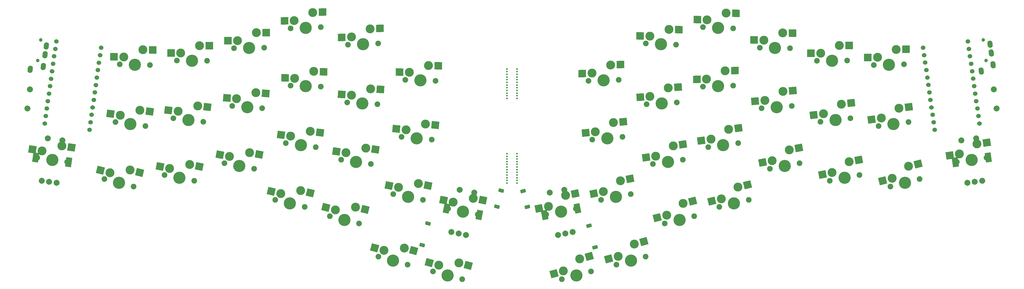
<source format=gbr>
%TF.GenerationSoftware,KiCad,Pcbnew,(6.0.1)*%
%TF.CreationDate,2022-02-27T14:39:44+09:00*%
%TF.ProjectId,ergotonic_f24,6572676f-746f-46e6-9963-5f6632342e6b,rev?*%
%TF.SameCoordinates,Original*%
%TF.FileFunction,Soldermask,Bot*%
%TF.FilePolarity,Negative*%
%FSLAX46Y46*%
G04 Gerber Fmt 4.6, Leading zero omitted, Abs format (unit mm)*
G04 Created by KiCad (PCBNEW (6.0.1)) date 2022-02-27 14:39:44*
%MOMM*%
%LPD*%
G01*
G04 APERTURE LIST*
G04 Aperture macros list*
%AMRoundRect*
0 Rectangle with rounded corners*
0 $1 Rounding radius*
0 $2 $3 $4 $5 $6 $7 $8 $9 X,Y pos of 4 corners*
0 Add a 4 corners polygon primitive as box body*
4,1,4,$2,$3,$4,$5,$6,$7,$8,$9,$2,$3,0*
0 Add four circle primitives for the rounded corners*
1,1,$1+$1,$2,$3*
1,1,$1+$1,$4,$5*
1,1,$1+$1,$6,$7*
1,1,$1+$1,$8,$9*
0 Add four rect primitives between the rounded corners*
20,1,$1+$1,$2,$3,$4,$5,0*
20,1,$1+$1,$4,$5,$6,$7,0*
20,1,$1+$1,$6,$7,$8,$9,0*
20,1,$1+$1,$8,$9,$2,$3,0*%
%AMHorizOval*
0 Thick line with rounded ends*
0 $1 width*
0 $2 $3 position (X,Y) of the first rounded end (center of the circle)*
0 $4 $5 position (X,Y) of the second rounded end (center of the circle)*
0 Add line between two ends*
20,1,$1,$2,$3,$4,$5,0*
0 Add two circle primitives to create the rounded ends*
1,1,$1,$2,$3*
1,1,$1,$4,$5*%
%AMRotRect*
0 Rectangle, with rotation*
0 The origin of the aperture is its center*
0 $1 length*
0 $2 width*
0 $3 Rotation angle, in degrees counterclockwise*
0 Add horizontal line*
21,1,$1,$2,0,0,$3*%
G04 Aperture macros list end*
%ADD10C,1.524000*%
%ADD11C,1.900000*%
%ADD12C,4.100000*%
%ADD13C,3.000000*%
%ADD14RotRect,2.550000X2.500000X195.110000*%
%ADD15RotRect,2.550000X2.500000X188.510000*%
%ADD16RotRect,2.550000X2.500000X182.020000*%
%ADD17RotRect,2.550000X2.500000X194.390000*%
%ADD18C,1.200000*%
%ADD19HorizOval,1.700000X-0.055669X-0.396107X0.055669X0.396107X0*%
%ADD20RotRect,2.550000X2.500000X193.470000*%
%ADD21RoundRect,0.249600X0.719283X-0.168618X0.536485X0.507921X-0.719283X0.168618X-0.536485X-0.507921X0*%
%ADD22RotRect,2.550000X2.500000X176.380000*%
%ADD23RotRect,2.550000X2.500000X179.710000*%
%ADD24RotRect,2.550000X2.500000X187.620000*%
%ADD25RotRect,2.550000X2.500000X175.420000*%
%ADD26RotRect,2.550000X2.500000X190.850000*%
%ADD27C,0.600000*%
%ADD28C,2.000000*%
%ADD29RotRect,3.200000X2.000000X101.130000*%
%ADD30RotRect,2.550000X2.500000X195.120000*%
%ADD31RotRect,2.550000X2.500000X181.120000*%
%ADD32RotRect,2.550000X2.500000X172.380000*%
%ADD33RotRect,2.550000X2.500000X166.530000*%
%ADD34RotRect,2.550000X2.500000X177.980000*%
%ADD35RotRect,2.550000X2.500000X184.580000*%
%ADD36HorizOval,1.700000X-0.055669X0.396107X0.055669X-0.396107X0*%
%ADD37RotRect,2.550000X2.500000X180.290000*%
%ADD38RotRect,2.550000X2.500000X194.000000*%
%ADD39RotRect,2.550000X2.500000X181.060000*%
%ADD40RotRect,2.550000X2.500000X185.430000*%
%ADD41RotRect,2.550000X2.500000X172.430000*%
%ADD42RotRect,2.550000X2.500000X169.150000*%
%ADD43RotRect,2.550000X2.500000X183.620000*%
%ADD44RotRect,2.550000X2.500000X165.610000*%
%ADD45RotRect,3.200000X2.000000X82.000000*%
%ADD46RotRect,2.550000X2.500000X178.880000*%
%ADD47RotRect,2.550000X2.500000X190.660000*%
%ADD48RotRect,2.550000X2.500000X191.080000*%
%ADD49RotRect,2.550000X2.500000X173.450000*%
%ADD50RotRect,2.550000X2.500000X172.000000*%
%ADD51RoundRect,0.249600X0.536485X-0.507921X0.719283X0.168618X-0.536485X0.507921X-0.719283X-0.168618X0*%
%ADD52RotRect,2.550000X2.500000X174.570000*%
%ADD53RotRect,2.550000X2.500000X182.050000*%
%ADD54RotRect,2.550000X2.500000X169.340000*%
%ADD55RotRect,2.550000X2.500000X177.950000*%
%ADD56RotRect,2.550000X2.500000X168.870000*%
%ADD57RotRect,2.550000X2.500000X166.000000*%
%ADD58RotRect,2.550000X2.500000X164.890000*%
%ADD59RotRect,2.550000X2.500000X186.550000*%
%ADD60RotRect,2.550000X2.500000X188.000000*%
%ADD61RotRect,2.550000X2.500000X181.980000*%
%ADD62RotRect,2.550000X2.500000X178.020000*%
%ADD63RotRect,2.550000X2.500000X187.570000*%
%ADD64RotRect,3.200000X2.000000X98.000000*%
%ADD65RotRect,2.550000X2.500000X168.920000*%
%ADD66RotRect,3.200000X2.000000X78.870000*%
%ADD67RotRect,2.550000X2.500000X164.880000*%
%ADD68RotRect,2.550000X2.500000X191.130000*%
%ADD69RoundRect,0.249600X-0.536485X0.507921X-0.719283X-0.168618X0.536485X-0.507921X0.719283X0.168618X0*%
%ADD70RotRect,2.550000X2.500000X171.490000*%
%ADD71RotRect,2.550000X2.500000X178.940000*%
G04 APERTURE END LIST*
D10*
%TO.C,U1*%
X-138265163Y-22605464D03*
X-138618663Y-25120745D03*
X-138972163Y-27636026D03*
X-139325662Y-30151307D03*
X-139679162Y-32666587D03*
X-140032662Y-35181868D03*
X-140386161Y-37697149D03*
X-140739661Y-40212430D03*
X-141093161Y-42727711D03*
X-141446660Y-45242992D03*
X-141800160Y-47758273D03*
X-142153660Y-50273554D03*
X-157225540Y-48155339D03*
X-156872040Y-45640058D03*
X-156518540Y-43124777D03*
X-156165041Y-40609496D03*
X-155811541Y-38094215D03*
X-155458041Y-35578935D03*
X-155104542Y-33063654D03*
X-154751042Y-30548373D03*
X-154397542Y-28033092D03*
X-154044043Y-25517811D03*
X-153690543Y-23002530D03*
X-153337043Y-20487249D03*
%TD*%
D11*
%TO.C,SW26*%
X16746630Y-100690219D03*
D12*
X21651000Y-99366000D03*
D11*
X26555370Y-98041781D03*
D13*
X17310613Y-97906979D03*
X22778966Y-93799521D03*
D14*
X14148839Y-98760683D03*
X25966807Y-92938778D03*
%TD*%
D10*
%TO.C,U2*%
X153428940Y-20474334D03*
X153782440Y-22989615D03*
X154135940Y-25504896D03*
X154489439Y-28020177D03*
X154842939Y-30535458D03*
X155196439Y-33050738D03*
X155549938Y-35566019D03*
X155903438Y-38081300D03*
X156256938Y-40596581D03*
X156610437Y-43111862D03*
X156963937Y-45627143D03*
X157317437Y-48142424D03*
X142245557Y-50260638D03*
X141892057Y-47745358D03*
X141538557Y-45230077D03*
X141185058Y-42714796D03*
X140831558Y-40199515D03*
X140478058Y-37684234D03*
X140124559Y-35168953D03*
X139771059Y-32653672D03*
X139417559Y-30138391D03*
X139064060Y-27623110D03*
X138710560Y-25107829D03*
X138357060Y-22592549D03*
%TD*%
D11*
%TO.C,SW33*%
X57506069Y-60331251D03*
X47457931Y-61834749D03*
D13*
X54242286Y-55683056D03*
D12*
X52482000Y-61083000D03*
D13*
X48338074Y-59134777D03*
D15*
X45099131Y-59619418D03*
X57507931Y-55194420D03*
%TD*%
D13*
%TO.C,SW36*%
X65490837Y-33169875D03*
D11*
X74464843Y-35394938D03*
D13*
X71747360Y-30407626D03*
D12*
X69388000Y-35574000D03*
D11*
X64311157Y-35753062D03*
D16*
X62217872Y-33285313D03*
X75047308Y-30291236D03*
%TD*%
D13*
%TO.C,SW47*%
X127913290Y-66624553D03*
D12*
X132235000Y-68138000D03*
D11*
X127314377Y-69400486D03*
D13*
X133432826Y-62586134D03*
D11*
X137155623Y-66875514D03*
D17*
X124741038Y-67438459D03*
X136631230Y-61765518D03*
%TD*%
D18*
%TO.C,J1*%
X-159545971Y-26881279D03*
X-158571760Y-19949402D03*
D19*
X-162084806Y-29856900D03*
X-156742708Y-22024148D03*
X-157160228Y-24994952D03*
X-157716920Y-28956025D03*
%TD*%
D12*
%TO.C,SW38*%
X74723000Y-75120000D03*
D13*
X76009814Y-69588083D03*
D11*
X79663259Y-73936684D03*
X69782741Y-76303316D03*
D13*
X70426147Y-73537357D03*
D20*
X67241236Y-74300223D03*
X79220982Y-68818927D03*
%TD*%
D21*
%TO.C,J6*%
X27934740Y-89927460D03*
X25952344Y-82590560D03*
%TD*%
D11*
%TO.C,SW16*%
X-45317136Y-41671746D03*
D12*
X-50387000Y-41351000D03*
D13*
X-54029025Y-38575509D03*
X-47531322Y-36441509D03*
D11*
X-55456864Y-41030254D03*
D22*
X-57297491Y-38368729D03*
X-44235911Y-36649993D03*
%TD*%
D12*
%TO.C,SW5*%
X-107680000Y-26959000D03*
D11*
X-102600065Y-26984712D03*
X-112759935Y-26933288D03*
D13*
X-111477095Y-24399748D03*
X-105114320Y-21891921D03*
D23*
X-114752053Y-24383172D03*
X-101812363Y-21908634D03*
%TD*%
D12*
%TO.C,SW37*%
X71065000Y-55460000D03*
D11*
X76100140Y-54786380D03*
D13*
X66951835Y-53447645D03*
X72908950Y-50088050D03*
D11*
X66029860Y-56133620D03*
D24*
X63705755Y-53881918D03*
X76181791Y-49650197D03*
%TD*%
D13*
%TO.C,SW9*%
X-92694012Y-39788878D03*
D11*
X-84035221Y-43030643D03*
X-94162779Y-42219357D03*
D13*
X-86161468Y-37764043D03*
D12*
X-89099000Y-42625000D03*
D25*
X-95958555Y-39527367D03*
X-82870012Y-38027711D03*
%TD*%
D13*
%TO.C,SW44*%
X113466342Y-61025687D03*
D12*
X111928000Y-66492999D03*
D13*
X107707984Y-64715594D03*
D11*
X116917187Y-65536748D03*
X106938813Y-67449250D03*
D26*
X104491530Y-65332075D03*
X116709313Y-60404123D03*
%TD*%
D27*
%TO.C,mousebite3*%
X-1700000Y-65517000D03*
X-1700000Y-61917000D03*
X-1700000Y-58317000D03*
X-1700000Y-60117000D03*
X-1700000Y-62817000D03*
X-1700000Y-64617000D03*
X-1700000Y-59217000D03*
X-1700000Y-68217000D03*
X-1700000Y-67317000D03*
X-1700000Y-66417000D03*
X-1700000Y-61017000D03*
X-1700000Y-63717000D03*
%TD*%
D28*
%TO.C,RE3*%
X15517789Y-85716527D03*
X20423747Y-84751349D03*
X17970768Y-85233938D03*
D29*
X22017674Y-76794000D03*
X11028326Y-78956000D03*
D28*
X17624729Y-70524069D03*
X12718770Y-71489247D03*
%TD*%
D12*
%TO.C,SW30*%
X40041000Y-94399000D03*
D11*
X44945139Y-93073925D03*
D13*
X35700359Y-92940737D03*
X41167995Y-88832324D03*
D11*
X35136861Y-95724075D03*
D30*
X32538734Y-93794993D03*
X44355685Y-87971025D03*
%TD*%
D28*
%TO.C,SW_RESET2*%
X162176687Y-36648629D03*
X163081313Y-43085371D03*
%TD*%
D12*
%TO.C,SW45*%
X126864000Y-28321000D03*
D13*
X129304219Y-23192323D03*
X123005080Y-25855957D03*
D11*
X121784971Y-28420296D03*
X131943029Y-28221704D03*
D31*
X119730706Y-25919972D03*
X132605588Y-23127780D03*
%TD*%
D27*
%TO.C,mousebite1*%
X-1700000Y-39682000D03*
X-1700000Y-37882000D03*
X-1700000Y-38782000D03*
X-1700000Y-36082000D03*
X-1700000Y-33382000D03*
X-1700000Y-36982000D03*
X-1700000Y-32482000D03*
X-1700000Y-35182000D03*
X-1700000Y-34282000D03*
X-1700000Y-29782000D03*
X-1700000Y-31582000D03*
X-1700000Y-30682000D03*
%TD*%
D13*
%TO.C,SW13*%
X-74504545Y-52437215D03*
D11*
X-66029860Y-56133620D03*
D12*
X-71065000Y-55460000D03*
D13*
X-67873810Y-50761670D03*
D11*
X-76100140Y-54786380D03*
D32*
X-77750625Y-52002942D03*
X-64600969Y-51199523D03*
%TD*%
D11*
%TO.C,SW14*%
X-69782741Y-76303316D03*
D13*
X-71069554Y-70771398D03*
D11*
X-79663259Y-73936684D03*
D12*
X-74723000Y-75120000D03*
D13*
X-77836537Y-71762383D03*
D33*
X-81021448Y-70999517D03*
X-67858386Y-71540554D03*
%TD*%
D13*
%TO.C,SW19*%
X-28096517Y-28589688D03*
D11*
X-25737157Y-33756062D03*
X-35890843Y-33397938D03*
D13*
X-34532102Y-30904282D03*
D12*
X-30814000Y-33577000D03*
D34*
X-37805066Y-30788844D03*
X-24796569Y-28706078D03*
%TD*%
D11*
%TO.C,SW40*%
X94162779Y-42219357D03*
D13*
X85098345Y-40397343D03*
D11*
X84035221Y-43030643D03*
D12*
X89099000Y-42625000D03*
D13*
X91225246Y-37358400D03*
D35*
X81833802Y-40658855D03*
X94516702Y-37094732D03*
%TD*%
D18*
%TO.C,J4*%
X158571760Y-19949402D03*
X159545971Y-26881279D03*
D36*
X157925680Y-30441427D03*
X160901834Y-21439621D03*
X161319353Y-24410425D03*
X161876046Y-28371498D03*
%TD*%
D13*
%TO.C,SW42*%
X103857193Y-24438317D03*
D11*
X102600065Y-26984712D03*
X112759935Y-26933288D03*
D12*
X107680000Y-26959000D03*
D13*
X110194255Y-21866209D03*
D37*
X100582235Y-24454893D03*
X113496213Y-21849496D03*
%TD*%
D12*
%TO.C,SW34*%
X56373000Y-80640000D03*
D13*
X52061692Y-79097171D03*
D11*
X61302102Y-79411037D03*
X51443898Y-81868963D03*
D13*
X57608588Y-75096416D03*
D38*
X48883973Y-79889465D03*
X60812504Y-74297590D03*
%TD*%
D12*
%TO.C,SW8*%
X-88483000Y-22671000D03*
D13*
X-92339337Y-20201918D03*
X-86037412Y-17544881D03*
D11*
X-83403869Y-22577023D03*
X-93562131Y-22764977D03*
D39*
X-95613776Y-20262503D03*
X-82735977Y-17483796D03*
%TD*%
D12*
%TO.C,SW28*%
X32088000Y-53145000D03*
D13*
X34135884Y-47847437D03*
D11*
X37145204Y-52664282D03*
D13*
X28054738Y-50976937D03*
D11*
X27030796Y-53625718D03*
D40*
X24794434Y-51286849D03*
X37423066Y-47534970D03*
%TD*%
D13*
%TO.C,SW2*%
X-125199911Y-43652887D03*
D11*
X-133422726Y-47684774D03*
D12*
X-128387000Y-48354000D03*
D13*
X-131829182Y-45334218D03*
D11*
X-123351274Y-49023226D03*
D41*
X-135075639Y-44902778D03*
X-121926689Y-44087884D03*
%TD*%
D12*
%TO.C,SW7*%
X-111929000Y-66492999D03*
D11*
X-106939813Y-67449250D03*
X-116918187Y-65536748D03*
D13*
X-108478155Y-61981938D03*
X-115192764Y-63281217D03*
D42*
X-118409218Y-62664736D03*
X-105235184Y-62603501D03*
%TD*%
D11*
%TO.C,SW32*%
X45317136Y-41671746D03*
D13*
X46424229Y-39056627D03*
X52601186Y-36120763D03*
D12*
X50387000Y-41351000D03*
D11*
X55456864Y-41030254D03*
D43*
X43155764Y-39263407D03*
X55896598Y-35912278D03*
%TD*%
D13*
%TO.C,SW3*%
X-135294224Y-64730824D03*
D11*
X-137155623Y-66875514D03*
X-127314377Y-69400486D03*
D12*
X-132235000Y-68138000D03*
D13*
X-128512203Y-63848620D03*
D44*
X-138466476Y-63916918D03*
X-125313798Y-64669236D03*
%TD*%
D28*
%TO.C,RE1*%
X-158218468Y-67489078D03*
X-153267128Y-68184943D03*
X-155742798Y-67837011D03*
D45*
X-149153499Y-61189369D03*
X-160244501Y-59630631D03*
D28*
X-151249118Y-53826056D03*
X-156200458Y-53130191D03*
%TD*%
D11*
%TO.C,SW1*%
X-131943029Y-28221704D03*
D13*
X-124225189Y-23291618D03*
X-130623624Y-25707013D03*
D11*
X-121784971Y-28420296D03*
D12*
X-126864000Y-28321000D03*
D46*
X-133897998Y-25642999D03*
X-120923820Y-23356161D03*
%TD*%
D11*
%TO.C,SW41*%
X86766670Y-63420701D03*
D13*
X87544902Y-60689611D03*
D12*
X91759000Y-62481000D03*
D13*
X93315464Y-57018819D03*
D11*
X96751330Y-61541299D03*
D47*
X84326421Y-61295422D03*
X96560478Y-56408013D03*
%TD*%
D11*
%TO.C,SW29*%
X39941308Y-71927729D03*
D13*
X30728883Y-71143550D03*
X36472382Y-67430556D03*
D11*
X29970692Y-73880271D03*
D12*
X34956000Y-72904000D03*
D48*
X27514930Y-71772937D03*
X39712833Y-66795980D03*
%TD*%
D12*
%TO.C,SW6*%
X-108881000Y-46979000D03*
D13*
X-112376393Y-44020972D03*
D11*
X-103834159Y-47558477D03*
X-113927841Y-46399523D03*
D13*
X-105778103Y-42221897D03*
D49*
X-115630016Y-43647392D03*
X-102497656Y-42598557D03*
%TD*%
D11*
%TO.C,SW4*%
X-159729562Y-59703001D03*
D13*
X-158118422Y-57364470D03*
X-151476720Y-55732938D03*
D12*
X-154699000Y-60410000D03*
D11*
X-149668438Y-61116999D03*
D50*
X-161361550Y-56908678D03*
X-148206855Y-56192487D03*
%TD*%
D51*
%TO.C,J3*%
X-28269260Y-81841540D03*
X-30251656Y-89178440D03*
%TD*%
D11*
%TO.C,SW20*%
X-27030796Y-53625718D03*
D12*
X-32088000Y-53145000D03*
D11*
X-37145204Y-52664282D03*
D13*
X-35640544Y-50255859D03*
X-29078680Y-48328155D03*
D52*
X-38900847Y-49945948D03*
X-25791497Y-48640622D03*
%TD*%
D13*
%TO.C,SW15*%
X-47760345Y-16208391D03*
D11*
X-55193749Y-21557720D03*
D13*
X-54015421Y-18973915D03*
D12*
X-50117000Y-21376000D03*
D11*
X-45040251Y-21194280D03*
D53*
X-57288325Y-19091068D03*
X-44460459Y-16090273D03*
%TD*%
D13*
%TO.C,SW10*%
X-95033397Y-59280059D03*
D11*
X-96751330Y-61541299D03*
X-86766670Y-63420701D03*
D13*
X-88323134Y-57958520D03*
D12*
X-91759000Y-62481000D03*
D54*
X-98251878Y-58674247D03*
X-85078119Y-58569326D03*
%TD*%
D13*
%TO.C,SW12*%
X-66670517Y-30586688D03*
X-73106102Y-32901282D03*
D12*
X-69388000Y-35574000D03*
D11*
X-74464843Y-35394938D03*
X-64311157Y-35753062D03*
D34*
X-76379066Y-32785844D03*
X-63370569Y-30703078D03*
%TD*%
D12*
%TO.C,SW31*%
X50117000Y-21376000D03*
D11*
X55193749Y-21557720D03*
X45040251Y-21194280D03*
D13*
X46400298Y-18701336D03*
X52837094Y-16390111D03*
D55*
X43127394Y-18584184D03*
X56136981Y-16508229D03*
%TD*%
D13*
%TO.C,SW23*%
X-13050151Y-73380857D03*
D11*
X-21507454Y-76894378D03*
D13*
X-19771030Y-74647307D03*
D12*
X-16523000Y-77875000D03*
D11*
X-11538546Y-78855622D03*
D56*
X-22984433Y-74015115D03*
X-9810256Y-74018261D03*
%TD*%
D12*
%TO.C,SW18*%
X-56373000Y-80640000D03*
D13*
X-59455345Y-77253726D03*
X-52679486Y-76325379D03*
D11*
X-61302102Y-79411037D03*
X-51443898Y-81868963D03*
D57*
X-62633064Y-76461432D03*
X-49475569Y-77124205D03*
%TD*%
D12*
%TO.C,SW24*%
X-21651000Y-99366000D03*
D11*
X-16746630Y-100690219D03*
X-26555370Y-98041781D03*
D13*
X-17874596Y-95123740D03*
X-24667168Y-95920651D03*
D58*
X-27828942Y-95066947D03*
X-14686756Y-95984482D03*
%TD*%
D12*
%TO.C,SW43*%
X108881000Y-46979000D03*
D11*
X113927841Y-46399523D03*
D13*
X104806131Y-44890187D03*
D11*
X103834159Y-47558477D03*
D13*
X110824944Y-41642420D03*
D59*
X101552508Y-45263767D03*
X114105391Y-41265760D03*
%TD*%
D27*
%TO.C,mousebite4*%
X1700000Y-59217000D03*
X1700000Y-61017000D03*
X1700000Y-60117000D03*
X1700000Y-63717000D03*
X1700000Y-65517000D03*
X1700000Y-58317000D03*
X1700000Y-62817000D03*
X1700000Y-64617000D03*
X1700000Y-61917000D03*
X1700000Y-66417000D03*
X1700000Y-67317000D03*
X1700000Y-68217000D03*
%TD*%
D11*
%TO.C,SW48*%
X159729562Y-59703001D03*
D13*
X156507282Y-55025939D03*
D12*
X154699000Y-60410000D03*
D13*
X150572579Y-58424969D03*
D11*
X149668438Y-61116999D03*
D60*
X147329451Y-58880761D03*
X159777147Y-54566389D03*
%TD*%
D12*
%TO.C,SW11*%
X-69381000Y-15870000D03*
D11*
X-74457967Y-16045517D03*
D13*
X-67018034Y-10705274D03*
D11*
X-64304033Y-15694483D03*
D13*
X-73276484Y-13463154D03*
D61*
X-76549529Y-13576308D03*
X-63718005Y-10591188D03*
%TD*%
D13*
%TO.C,SW35*%
X72095001Y-10880792D03*
D11*
X74457967Y-16045517D03*
X64304033Y-15694483D03*
D12*
X69381000Y-15870000D03*
D13*
X65661033Y-13199879D03*
D62*
X62387989Y-13086725D03*
X75395029Y-10994878D03*
%TD*%
D11*
%TO.C,SW46*%
X133422726Y-47684774D03*
D13*
X130235637Y-42983661D03*
X124275593Y-46338056D03*
D12*
X128387000Y-48354000D03*
D11*
X123351274Y-49023226D03*
D63*
X121029135Y-46769496D03*
X133508859Y-42548664D03*
%TD*%
D28*
%TO.C,RE4*%
X153267128Y-68184943D03*
X158218468Y-67489078D03*
X155742798Y-67837011D03*
D64*
X160244501Y-59630631D03*
X149153499Y-61189369D03*
D28*
X156200458Y-53130191D03*
X151249118Y-53826056D03*
%TD*%
D27*
%TO.C,mousebite2*%
X1700000Y-36982000D03*
X1700000Y-31582000D03*
X1700000Y-29782000D03*
X1700000Y-39682000D03*
X1700000Y-37882000D03*
X1700000Y-36082000D03*
X1700000Y-34282000D03*
X1700000Y-38782000D03*
X1700000Y-33382000D03*
X1700000Y-35182000D03*
X1700000Y-32482000D03*
X1700000Y-30682000D03*
%TD*%
D13*
%TO.C,SW21*%
X-38206845Y-69679143D03*
X-31487075Y-68406828D03*
D11*
X-29970692Y-73880271D03*
X-39941308Y-71927729D03*
D12*
X-34956000Y-72904000D03*
D65*
X-41420799Y-69049755D03*
X-28246625Y-69041404D03*
%TD*%
D28*
%TO.C,SW_RESET1*%
X-163081313Y-43085371D03*
X-162176687Y-36648629D03*
%TD*%
%TO.C,RE2*%
X-20423747Y-84751349D03*
X-15517789Y-85716527D03*
X-17970768Y-85233938D03*
D66*
X-22017674Y-76794000D03*
X-11028326Y-78956000D03*
D28*
X-12718770Y-71489247D03*
X-17624729Y-70524069D03*
%TD*%
D11*
%TO.C,SW27*%
X35890843Y-33397938D03*
D12*
X30814000Y-33577000D03*
D11*
X25737157Y-33756062D03*
D13*
X26916837Y-31172875D03*
X33173360Y-28410626D03*
D16*
X23643872Y-31288313D03*
X36473308Y-28294236D03*
%TD*%
D11*
%TO.C,SW22*%
X-44945139Y-93073925D03*
X-35136861Y-95724075D03*
D13*
X-43056567Y-90953124D03*
D12*
X-40041000Y-94399000D03*
D13*
X-36263856Y-90157399D03*
D67*
X-46218191Y-90098869D03*
X-33076166Y-91018697D03*
%TD*%
D13*
%TO.C,SW25*%
X18034605Y-72400235D03*
X12294349Y-76118239D03*
D11*
X21507454Y-76894378D03*
X11538546Y-78855622D03*
D12*
X16523000Y-77875000D03*
D68*
X9080946Y-76750431D03*
X21274500Y-71762831D03*
%TD*%
D69*
%TO.C,J2*%
X-5066898Y-76219078D03*
X-3606186Y-70812941D03*
%TD*%
D13*
%TO.C,SW17*%
X-55874178Y-58007154D03*
D12*
X-52482000Y-61083000D03*
D13*
X-49218217Y-56434805D03*
D11*
X-47457931Y-61834749D03*
X-57506069Y-60331251D03*
D70*
X-59113120Y-57522513D03*
X-45952571Y-56923442D03*
%TD*%
D21*
%TO.C,J5*%
X3697186Y-70910941D03*
X5157898Y-76317078D03*
%TD*%
D13*
%TO.C,SW39*%
X91116542Y-17638858D03*
D11*
X83403869Y-22577023D03*
D13*
X84720641Y-20060952D03*
D11*
X93562131Y-22764977D03*
D12*
X88483000Y-22671000D03*
D71*
X81446201Y-20000366D03*
X94417977Y-17699943D03*
%TD*%
M02*

</source>
